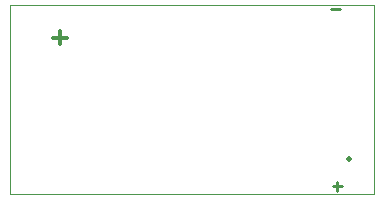
<source format=gto>
G04 (created by PCBNEW (2013-may-18)-stable) date Mit 10 Dez 2014 20:04:28 UTC*
%MOIN*%
G04 Gerber Fmt 3.4, Leading zero omitted, Abs format*
%FSLAX34Y34*%
G01*
G70*
G90*
G04 APERTURE LIST*
%ADD10C,0.00590551*%
%ADD11C,0.011811*%
%ADD12C,0.00984252*%
%ADD13C,0.00393701*%
G04 APERTURE END LIST*
G54D10*
G54D11*
X49597Y-36529D02*
X50047Y-36529D01*
X49822Y-36754D02*
X49822Y-36304D01*
X59448Y-40556D02*
X59476Y-40584D01*
X59448Y-40613D01*
X59420Y-40584D01*
X59448Y-40556D01*
X59448Y-40613D01*
G54D12*
X58846Y-35580D02*
X59146Y-35580D01*
X58905Y-41485D02*
X59205Y-41485D01*
X59055Y-41635D02*
X59055Y-41335D01*
G54D13*
X60275Y-35433D02*
X59173Y-35433D01*
X60275Y-41732D02*
X60275Y-35433D01*
X59173Y-41732D02*
X60275Y-41732D01*
X48145Y-41732D02*
X48145Y-35433D01*
X59173Y-41732D02*
X48149Y-41732D01*
X48149Y-35433D02*
X59173Y-35433D01*
M02*

</source>
